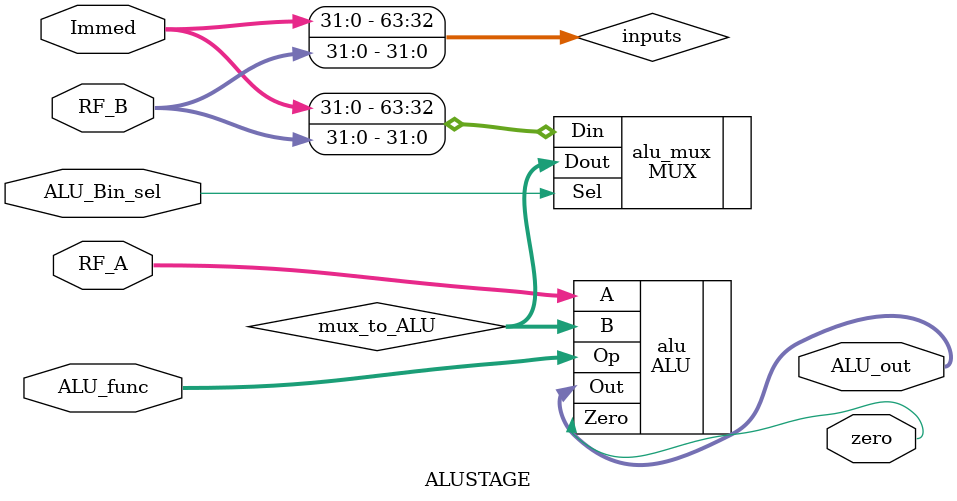
<source format=v>
`timescale 1ns / 1ps

`ifndef ALU
    `include "ALU.v"
    `define ALU
`endif

`ifndef MUX
    `include "MUX.v"
    `define MUX
`endif


module ALUSTAGE(
    input [31:0] RF_A,
    input [31:0] RF_B,
    input [31:0] Immed,
    input ALU_Bin_sel,
    input [3:0] ALU_func,
    output wire [31:0] ALU_out,
    output wire zero
);

    wire [2*32 - 1:0] inputs;  // the input array to the mux
    wire [31:0] mux_to_ALU;   // the output of the mux that becomes the input to ALU module
    
    assign inputs[31:0] = RF_B;  
    assign inputs[63:32] = Immed;  
    

    // Selects the second operant for the ALU between immediate and RF_B
    MUX #(.BUS_WIDTH(32), .SEL(1)) alu_mux (
        .Din(inputs),
        .Sel(ALU_Bin_sel),
        .Dout(mux_to_ALU)
    );


    ALU alu (
        .A(RF_A),
        .B(mux_to_ALU),
        .Op(ALU_func),
        .Out(ALU_out),
        .Zero(zero)
    );

    
endmodule

</source>
